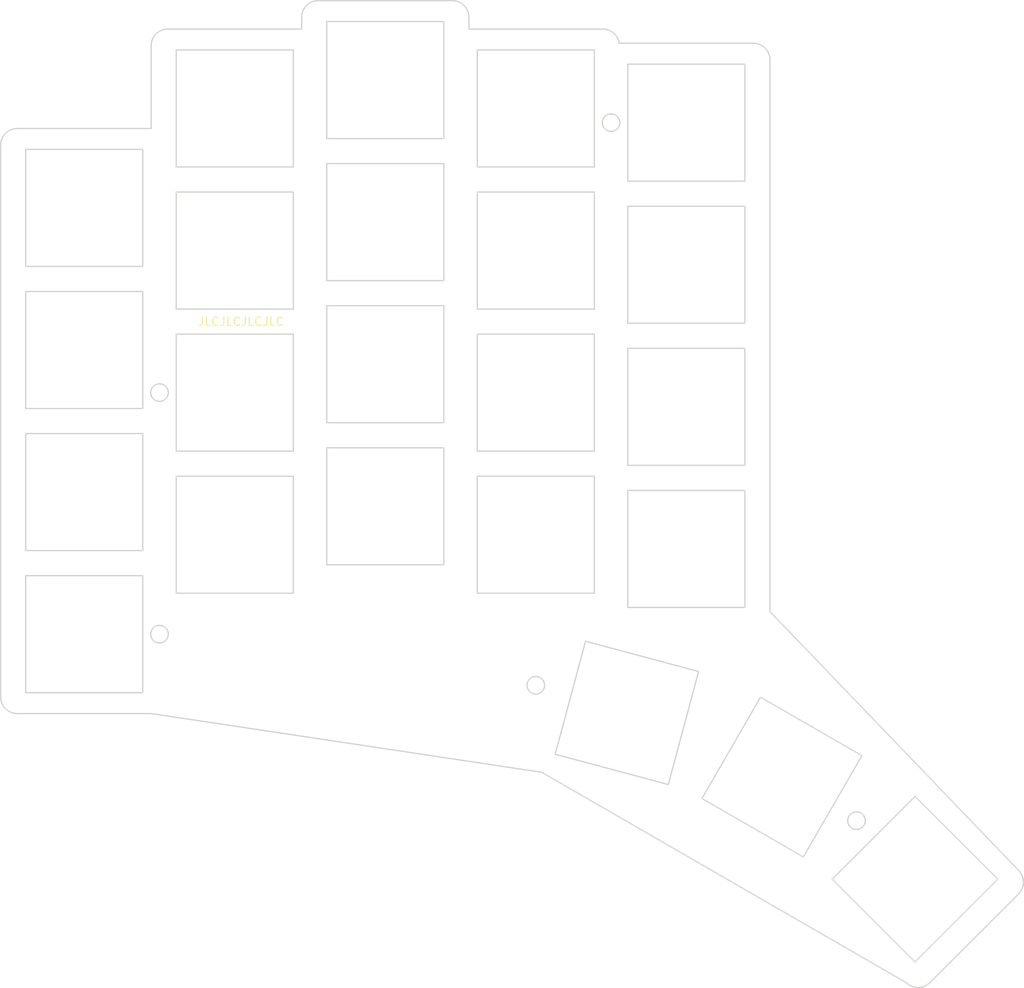
<source format=kicad_pcb>


(kicad_pcb (version 20171130) (host pcbnew 5.1.6)

  (page A3)
  (title_block
    (title "top_plate")
    (rev "0.3")
    (company "soundmonster")
  )

  (general
    (thickness 1.6)
  )

  (layers
    (0 F.Cu signal)
    (31 B.Cu signal)
    (32 B.Adhes user)
    (33 F.Adhes user)
    (34 B.Paste user)
    (35 F.Paste user)
    (36 B.SilkS user)
    (37 F.SilkS user)
    (38 B.Mask user)
    (39 F.Mask user)
    (40 Dwgs.User user)
    (41 Cmts.User user)
    (42 Eco1.User user)
    (43 Eco2.User user)
    (44 Edge.Cuts user)
    (45 Margin user)
    (46 B.CrtYd user)
    (47 F.CrtYd user)
    (48 B.Fab user)
    (49 F.Fab user)
  )

  (setup
    (last_trace_width 0.25)
    (trace_clearance 0.2)
    (zone_clearance 0.508)
    (zone_45_only no)
    (trace_min 0.2)
    (via_size 0.8)
    (via_drill 0.4)
    (via_min_size 0.4)
    (via_min_drill 0.3)
    (uvia_size 0.3)
    (uvia_drill 0.1)
    (uvias_allowed no)
    (uvia_min_size 0.2)
    (uvia_min_drill 0.1)
    (edge_width 0.05)
    (segment_width 0.2)
    (pcb_text_width 0.3)
    (pcb_text_size 1.5 1.5)
    (mod_edge_width 0.12)
    (mod_text_size 1 1)
    (mod_text_width 0.15)
    (pad_size 1.524 1.524)
    (pad_drill 0.762)
    (pad_to_mask_clearance 0.05)
    (aux_axis_origin 0 0)
    (visible_elements FFFFFF7F)
    (pcbplotparams
      (layerselection 0x010fc_ffffffff)
      (usegerberextensions false)
      (usegerberattributes true)
      (usegerberadvancedattributes true)
      (creategerberjobfile true)
      (excludeedgelayer true)
      (linewidth 0.100000)
      (plotframeref false)
      (viasonmask false)
      (mode 1)
      (useauxorigin false)
      (hpglpennumber 1)
      (hpglpenspeed 20)
      (hpglpendiameter 15.000000)
      (psnegative false)
      (psa4output false)
      (plotreference true)
      (plotvalue true)
      (plotinvisibletext false)
      (padsonsilk false)
      (subtractmaskfromsilk false)
      (outputformat 1)
      (mirror false)
      (drillshape 1)
      (scaleselection 1)
      (outputdirectory ""))
  )

  (net 0 "")

  (net_class Default "This is the default net class."
    (clearance 0.2)
    (trace_width 0.25)
    (via_dia 0.8)
    (via_drill 0.4)
    (uvia_dia 0.3)
    (uvia_drill 0.1)
    (add_net "")
  )

  
            (gr_text "JLCJLCJLCJLC" (at 13.5 -37.4 0) (layer F.SilkS)
                (effects (font (size 1 1) (thickness 0.15)) (justify left))
            )
        
  (gr_line (start -8 9.5) (end 8 9.5) (angle 90) (layer Edge.Cuts) (width 0.15))
(gr_line (start -10 7.5) (end -10 -58.5) (angle 90) (layer Edge.Cuts) (width 0.15))
(gr_arc (start -8 7.5) (end -10 7.5) (angle -90) (layer Edge.Cuts) (width 0.15))
(gr_line (start 8 -60.5) (end -8 -60.5) (angle 90) (layer Edge.Cuts) (width 0.15))
(gr_arc (start -8 -58.5) (end -8 -60.5) (angle -90) (layer Edge.Cuts) (width 0.15))
(gr_line (start 26 -72.4) (end 10 -72.4) (angle 90) (layer Edge.Cuts) (width 0.15))
(gr_arc (start 10 -70.4) (end 10 -72.4) (angle -90) (layer Edge.Cuts) (width 0.15))
(gr_line (start 8 -70.4) (end 8 -60.5) (angle 90) (layer Edge.Cuts) (width 0.15))
(gr_line (start 46 -72.4) (end 46 -73.8) (angle 90) (layer Edge.Cuts) (width 0.15))
(gr_arc (start 44 -73.8) (end 46 -73.8) (angle -90) (layer Edge.Cuts) (width 0.15))
(gr_line (start 44 -75.8) (end 28 -75.8) (angle 90) (layer Edge.Cuts) (width 0.15))
(gr_arc (start 28 -73.8) (end 28 -75.8) (angle -90) (layer Edge.Cuts) (width 0.15))
(gr_line (start 26 -73.8) (end 26 -72.4) (angle 90) (layer Edge.Cuts) (width 0.15))
(gr_arc (start 62 -70.4) (end 63.9773914 -70.6998722) (angle -81.3767766127908) (layer Edge.Cuts) (width 0.15))
(gr_line (start 62 -72.4) (end 46 -72.4) (angle 90) (layer Edge.Cuts) (width 0.15))
(gr_line (start 82 -2.6999999999999993) (end 82 -68.7) (angle 90) (layer Edge.Cuts) (width 0.15))
(gr_arc (start 80 -68.7) (end 82 -68.7) (angle -90) (layer Edge.Cuts) (width 0.15))
(gr_line (start 80 -70.7) (end 64 -70.7) (angle 90) (layer Edge.Cuts) (width 0.15))
(gr_arc (start 64 -68.7) (end 64 -70.7) (angle -0.6477024783535228) (layer Edge.Cuts) (width 0.15))
(gr_arc (start 99.7030442 40.2724513) (end 98.2888306 41.6866649) (angle -90) (layer Edge.Cuts) (width 0.15))
(gr_line (start 101.1172578 41.6866649) (end 111.7238595 31.080063199999998) (angle 90) (layer Edge.Cuts) (width 0.15))
(gr_arc (start 110.30964589999999 29.665849599999998) (end 111.72385949999999 31.080063199999998) (angle -90) (layer Edge.Cuts) (width 0.15))
(gr_line (start 82 -2.6999999999999993) (end 111.7238595 28.251635999999998) (angle 90) (layer Edge.Cuts) (width 0.15))
(gr_line (start 98.2888306 41.6866649) (end 54.707106800000005 16.5247449) (angle 90) (layer Edge.Cuts) (width 0.15))
(gr_line (start 54.707106800000005 16.5247449) (end 8 9.5) (angle 90) (layer Edge.Cuts) (width 0.15))
(gr_line (start -7 7) (end 7 7) (angle 90) (layer Edge.Cuts) (width 0.15))
(gr_line (start 7 7) (end 7 -7) (angle 90) (layer Edge.Cuts) (width 0.15))
(gr_line (start 7 -7) (end -7 -7) (angle 90) (layer Edge.Cuts) (width 0.15))
(gr_line (start -7 -7) (end -7 7) (angle 90) (layer Edge.Cuts) (width 0.15))
(gr_line (start -7 -10) (end 7 -10) (angle 90) (layer Edge.Cuts) (width 0.15))
(gr_line (start 7 -10) (end 7 -24) (angle 90) (layer Edge.Cuts) (width 0.15))
(gr_line (start 7 -24) (end -7 -24) (angle 90) (layer Edge.Cuts) (width 0.15))
(gr_line (start -7 -24) (end -7 -10) (angle 90) (layer Edge.Cuts) (width 0.15))
(gr_line (start -7 -27) (end 7 -27) (angle 90) (layer Edge.Cuts) (width 0.15))
(gr_line (start 7 -27) (end 7 -41) (angle 90) (layer Edge.Cuts) (width 0.15))
(gr_line (start 7 -41) (end -7 -41) (angle 90) (layer Edge.Cuts) (width 0.15))
(gr_line (start -7 -41) (end -7 -27) (angle 90) (layer Edge.Cuts) (width 0.15))
(gr_line (start -7 -44) (end 7 -44) (angle 90) (layer Edge.Cuts) (width 0.15))
(gr_line (start 7 -44) (end 7 -58) (angle 90) (layer Edge.Cuts) (width 0.15))
(gr_line (start 7 -58) (end -7 -58) (angle 90) (layer Edge.Cuts) (width 0.15))
(gr_line (start -7 -58) (end -7 -44) (angle 90) (layer Edge.Cuts) (width 0.15))
(gr_line (start 11 -4.9) (end 25 -4.9) (angle 90) (layer Edge.Cuts) (width 0.15))
(gr_line (start 25 -4.9) (end 25 -18.9) (angle 90) (layer Edge.Cuts) (width 0.15))
(gr_line (start 25 -18.9) (end 11 -18.9) (angle 90) (layer Edge.Cuts) (width 0.15))
(gr_line (start 11 -18.9) (end 11 -4.9) (angle 90) (layer Edge.Cuts) (width 0.15))
(gr_line (start 11 -21.9) (end 25 -21.9) (angle 90) (layer Edge.Cuts) (width 0.15))
(gr_line (start 25 -21.9) (end 25 -35.9) (angle 90) (layer Edge.Cuts) (width 0.15))
(gr_line (start 25 -35.9) (end 11 -35.9) (angle 90) (layer Edge.Cuts) (width 0.15))
(gr_line (start 11 -35.9) (end 11 -21.9) (angle 90) (layer Edge.Cuts) (width 0.15))
(gr_line (start 11 -38.9) (end 25 -38.9) (angle 90) (layer Edge.Cuts) (width 0.15))
(gr_line (start 25 -38.9) (end 25 -52.9) (angle 90) (layer Edge.Cuts) (width 0.15))
(gr_line (start 25 -52.9) (end 11 -52.9) (angle 90) (layer Edge.Cuts) (width 0.15))
(gr_line (start 11 -52.9) (end 11 -38.9) (angle 90) (layer Edge.Cuts) (width 0.15))
(gr_line (start 11 -55.9) (end 25 -55.9) (angle 90) (layer Edge.Cuts) (width 0.15))
(gr_line (start 25 -55.9) (end 25 -69.9) (angle 90) (layer Edge.Cuts) (width 0.15))
(gr_line (start 25 -69.9) (end 11 -69.9) (angle 90) (layer Edge.Cuts) (width 0.15))
(gr_line (start 11 -69.9) (end 11 -55.9) (angle 90) (layer Edge.Cuts) (width 0.15))
(gr_line (start 29 -8.3) (end 43 -8.3) (angle 90) (layer Edge.Cuts) (width 0.15))
(gr_line (start 43 -8.3) (end 43 -22.3) (angle 90) (layer Edge.Cuts) (width 0.15))
(gr_line (start 43 -22.3) (end 29 -22.3) (angle 90) (layer Edge.Cuts) (width 0.15))
(gr_line (start 29 -22.3) (end 29 -8.3) (angle 90) (layer Edge.Cuts) (width 0.15))
(gr_line (start 29 -25.299999999999997) (end 43 -25.299999999999997) (angle 90) (layer Edge.Cuts) (width 0.15))
(gr_line (start 43 -25.299999999999997) (end 43 -39.3) (angle 90) (layer Edge.Cuts) (width 0.15))
(gr_line (start 43 -39.3) (end 29 -39.3) (angle 90) (layer Edge.Cuts) (width 0.15))
(gr_line (start 29 -39.3) (end 29 -25.299999999999997) (angle 90) (layer Edge.Cuts) (width 0.15))
(gr_line (start 29 -42.3) (end 43 -42.3) (angle 90) (layer Edge.Cuts) (width 0.15))
(gr_line (start 43 -42.3) (end 43 -56.3) (angle 90) (layer Edge.Cuts) (width 0.15))
(gr_line (start 43 -56.3) (end 29 -56.3) (angle 90) (layer Edge.Cuts) (width 0.15))
(gr_line (start 29 -56.3) (end 29 -42.3) (angle 90) (layer Edge.Cuts) (width 0.15))
(gr_line (start 29 -59.3) (end 43 -59.3) (angle 90) (layer Edge.Cuts) (width 0.15))
(gr_line (start 43 -59.3) (end 43 -73.3) (angle 90) (layer Edge.Cuts) (width 0.15))
(gr_line (start 43 -73.3) (end 29 -73.3) (angle 90) (layer Edge.Cuts) (width 0.15))
(gr_line (start 29 -73.3) (end 29 -59.3) (angle 90) (layer Edge.Cuts) (width 0.15))
(gr_line (start 47 -4.9) (end 61 -4.9) (angle 90) (layer Edge.Cuts) (width 0.15))
(gr_line (start 61 -4.9) (end 61 -18.9) (angle 90) (layer Edge.Cuts) (width 0.15))
(gr_line (start 61 -18.9) (end 47 -18.9) (angle 90) (layer Edge.Cuts) (width 0.15))
(gr_line (start 47 -18.9) (end 47 -4.9) (angle 90) (layer Edge.Cuts) (width 0.15))
(gr_line (start 47 -21.9) (end 61 -21.9) (angle 90) (layer Edge.Cuts) (width 0.15))
(gr_line (start 61 -21.9) (end 61 -35.9) (angle 90) (layer Edge.Cuts) (width 0.15))
(gr_line (start 61 -35.9) (end 47 -35.9) (angle 90) (layer Edge.Cuts) (width 0.15))
(gr_line (start 47 -35.9) (end 47 -21.9) (angle 90) (layer Edge.Cuts) (width 0.15))
(gr_line (start 47 -38.9) (end 61 -38.9) (angle 90) (layer Edge.Cuts) (width 0.15))
(gr_line (start 61 -38.9) (end 61 -52.9) (angle 90) (layer Edge.Cuts) (width 0.15))
(gr_line (start 61 -52.9) (end 47 -52.9) (angle 90) (layer Edge.Cuts) (width 0.15))
(gr_line (start 47 -52.9) (end 47 -38.9) (angle 90) (layer Edge.Cuts) (width 0.15))
(gr_line (start 47 -55.9) (end 61 -55.9) (angle 90) (layer Edge.Cuts) (width 0.15))
(gr_line (start 61 -55.9) (end 61 -69.9) (angle 90) (layer Edge.Cuts) (width 0.15))
(gr_line (start 61 -69.9) (end 47 -69.9) (angle 90) (layer Edge.Cuts) (width 0.15))
(gr_line (start 47 -69.9) (end 47 -55.9) (angle 90) (layer Edge.Cuts) (width 0.15))
(gr_line (start 65 -3.1999999999999993) (end 79 -3.1999999999999993) (angle 90) (layer Edge.Cuts) (width 0.15))
(gr_line (start 79 -3.1999999999999993) (end 79 -17.2) (angle 90) (layer Edge.Cuts) (width 0.15))
(gr_line (start 79 -17.2) (end 65 -17.2) (angle 90) (layer Edge.Cuts) (width 0.15))
(gr_line (start 65 -17.2) (end 65 -3.1999999999999993) (angle 90) (layer Edge.Cuts) (width 0.15))
(gr_line (start 65 -20.2) (end 79 -20.2) (angle 90) (layer Edge.Cuts) (width 0.15))
(gr_line (start 79 -20.2) (end 79 -34.2) (angle 90) (layer Edge.Cuts) (width 0.15))
(gr_line (start 79 -34.2) (end 65 -34.2) (angle 90) (layer Edge.Cuts) (width 0.15))
(gr_line (start 65 -34.2) (end 65 -20.2) (angle 90) (layer Edge.Cuts) (width 0.15))
(gr_line (start 65 -37.2) (end 79 -37.2) (angle 90) (layer Edge.Cuts) (width 0.15))
(gr_line (start 79 -37.2) (end 79 -51.2) (angle 90) (layer Edge.Cuts) (width 0.15))
(gr_line (start 79 -51.2) (end 65 -51.2) (angle 90) (layer Edge.Cuts) (width 0.15))
(gr_line (start 65 -51.2) (end 65 -37.2) (angle 90) (layer Edge.Cuts) (width 0.15))
(gr_line (start 65 -54.2) (end 79 -54.2) (angle 90) (layer Edge.Cuts) (width 0.15))
(gr_line (start 79 -54.2) (end 79 -68.2) (angle 90) (layer Edge.Cuts) (width 0.15))
(gr_line (start 79 -68.2) (end 65 -68.2) (angle 90) (layer Edge.Cuts) (width 0.15))
(gr_line (start 65 -68.2) (end 65 -54.2) (angle 90) (layer Edge.Cuts) (width 0.15))
(gr_line (start 56.32008020000001 14.368749400000002) (end 69.84304180000001 17.992216) (angle 90) (layer Edge.Cuts) (width 0.15))
(gr_line (start 69.84304180000001 17.992216) (end 73.46650840000001 4.4692544000000005) (angle 90) (layer Edge.Cuts) (width 0.15))
(gr_line (start 73.46650840000001 4.4692544000000005) (end 59.94354680000001 0.8457878000000019) (angle 90) (layer Edge.Cuts) (width 0.15))
(gr_line (start 59.94354680000001 0.8457878000000019) (end 56.32008020000001 14.368749400000002) (angle 90) (layer Edge.Cuts) (width 0.15))
(gr_line (start 73.8687157 19.6597047) (end 85.9930713 26.6597047) (angle 90) (layer Edge.Cuts) (width 0.15))
(gr_line (start 85.9930713 26.6597047) (end 92.9930713 14.535349099999998) (angle 90) (layer Edge.Cuts) (width 0.15))
(gr_line (start 92.9930713 14.535349099999998) (end 80.8687157 7.535349099999998) (angle 90) (layer Edge.Cuts) (width 0.15))
(gr_line (start 80.8687157 7.535349099999998) (end 73.8687157 19.6597047) (angle 90) (layer Edge.Cuts) (width 0.15))
(gr_line (start 89.4499959 29.3122962) (end 99.3494908 39.2117911) (angle 90) (layer Edge.Cuts) (width 0.15))
(gr_line (start 99.3494908 39.2117911) (end 109.24898569999999 29.3122962) (angle 90) (layer Edge.Cuts) (width 0.15))
(gr_line (start 109.24898569999999 29.3122962) (end 99.3494908 19.412801299999998) (angle 90) (layer Edge.Cuts) (width 0.15))
(gr_line (start 99.3494908 19.412801299999998) (end 89.4499959 29.3122962) (angle 90) (layer Edge.Cuts) (width 0.15))
(gr_circle (center 9 -28.9) (end 10.05 -28.9) (layer Edge.Cuts) (width 0.15))
(gr_circle (center 9 0) (end 10.05 0) (layer Edge.Cuts) (width 0.15))
(gr_circle (center 63 -61.2) (end 64.05 -61.2) (layer Edge.Cuts) (width 0.15))
(gr_circle (center 54 6.119999999999999) (end 55.05 6.119999999999999) (layer Edge.Cuts) (width 0.15))
(gr_circle (center 92.3491337 22.311939099999996) (end 93.3991337 22.311939099999996) (layer Edge.Cuts) (width 0.15))

)


</source>
